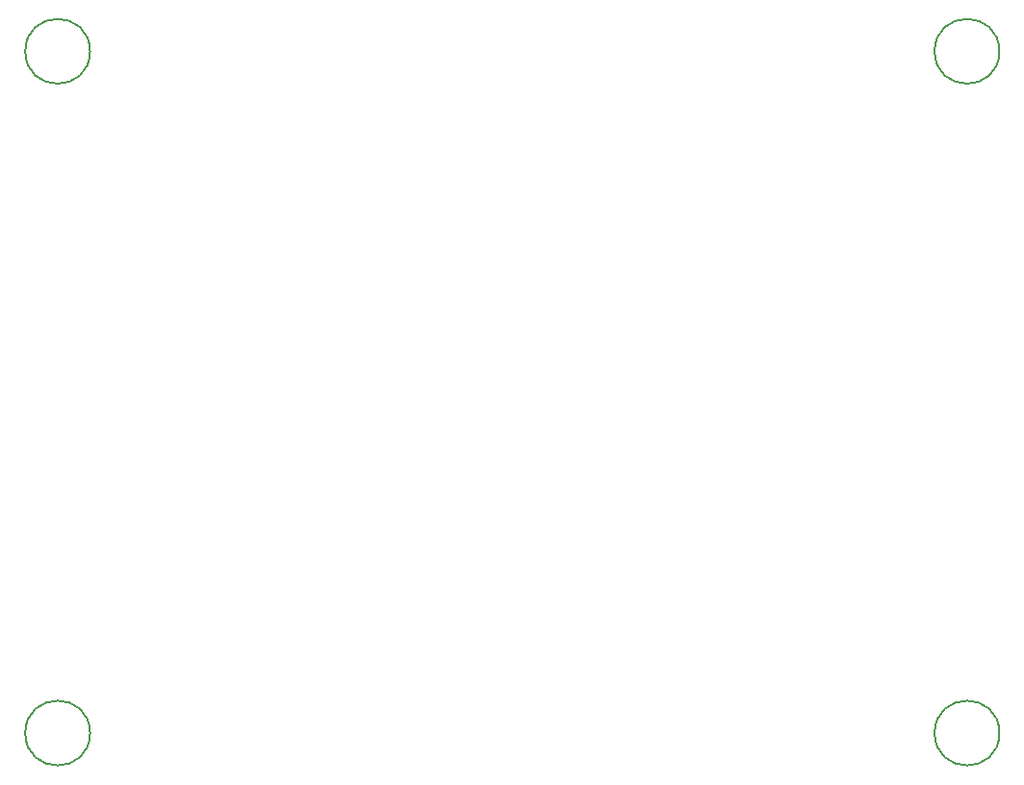
<source format=gbr>
%TF.GenerationSoftware,KiCad,Pcbnew,8.0.3*%
%TF.CreationDate,2024-07-15T12:03:27+02:00*%
%TF.ProjectId,nanoComp,6e616e6f-436f-46d7-902e-6b696361645f,A*%
%TF.SameCoordinates,Original*%
%TF.FileFunction,Other,Comment*%
%FSLAX46Y46*%
G04 Gerber Fmt 4.6, Leading zero omitted, Abs format (unit mm)*
G04 Created by KiCad (PCBNEW 8.0.3) date 2024-07-15 12:03:27*
%MOMM*%
%LPD*%
G01*
G04 APERTURE LIST*
%ADD10C,0.150000*%
G04 APERTURE END LIST*
D10*
%TO.C,H2*%
X87850000Y-124000000D02*
G75*
G02*
X82150000Y-124000000I-2850000J0D01*
G01*
X82150000Y-124000000D02*
G75*
G02*
X87850000Y-124000000I2850000J0D01*
G01*
%TO.C,H1*%
X87850000Y-64000000D02*
G75*
G02*
X82150000Y-64000000I-2850000J0D01*
G01*
X82150000Y-64000000D02*
G75*
G02*
X87850000Y-64000000I2850000J0D01*
G01*
%TO.C,H3*%
X167850000Y-124000000D02*
G75*
G02*
X162150000Y-124000000I-2850000J0D01*
G01*
X162150000Y-124000000D02*
G75*
G02*
X167850000Y-124000000I2850000J0D01*
G01*
%TO.C,H4*%
X167850000Y-64000000D02*
G75*
G02*
X162150000Y-64000000I-2850000J0D01*
G01*
X162150000Y-64000000D02*
G75*
G02*
X167850000Y-64000000I2850000J0D01*
G01*
%TD*%
M02*

</source>
